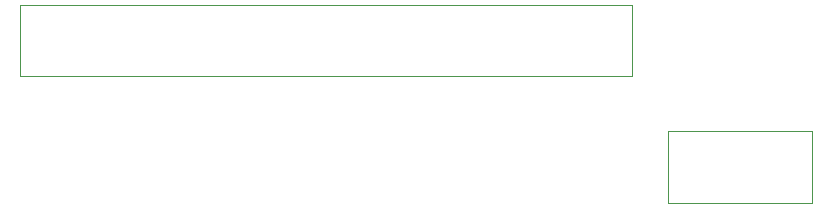
<source format=gbr>
G04 #@! TF.FileFunction,Other,User*
%FSLAX46Y46*%
G04 Gerber Fmt 4.6, Leading zero omitted, Abs format (unit mm)*
G04 Created by KiCad (PCBNEW 4.0.6-e0-6349~53~ubuntu16.04.1) date Sat Mar 25 19:46:27 2017*
%MOMM*%
%LPD*%
G01*
G04 APERTURE LIST*
%ADD10C,0.100000*%
%ADD11C,0.050000*%
G04 APERTURE END LIST*
D10*
D11*
X106620000Y-100480000D02*
X158420000Y-100480000D01*
X106620000Y-106530000D02*
X158420000Y-106530000D01*
X106620000Y-100480000D02*
X106620000Y-106530000D01*
X158420000Y-100480000D02*
X158420000Y-106530000D01*
X161500000Y-117250000D02*
X161500000Y-111200000D01*
X173650000Y-117250000D02*
X173650000Y-111200000D01*
X161500000Y-117250000D02*
X173650000Y-117250000D01*
X161500000Y-111200000D02*
X173650000Y-111200000D01*
M02*

</source>
